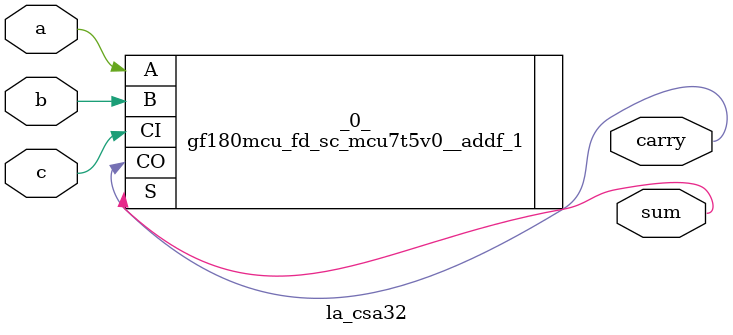
<source format=v>

/* Generated by Yosys 0.44 (git sha1 80ba43d26, g++ 11.4.0-1ubuntu1~22.04 -fPIC -O3) */

(* top =  1  *)
(* src = "generated" *)
(* keep_hierarchy *)
module la_csa32 (
    a,
    b,
    c,
    sum,
    carry
);
  (* src = "generated" *)
  input a;
  wire a;
  (* src = "generated" *)
  input b;
  wire b;
  (* src = "generated" *)
  input c;
  wire c;
  (* src = "generated" *)
  output carry;
  wire carry;
  (* src = "generated" *)
  output sum;
  wire sum;
  (* module_not_derived = 32'b00000000000000000000000000000001 *) (* src = "generated" *)
  gf180mcu_fd_sc_mcu7t5v0__addf_1 _0_ (
      .A (a),
      .B (b),
      .CI(c),
      .CO(carry),
      .S (sum)
  );
endmodule

</source>
